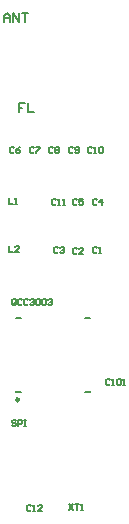
<source format=gto>
G04*
G04 #@! TF.GenerationSoftware,Altium Limited,Altium Designer,20.2.4 (192)*
G04*
G04 Layer_Color=65535*
%FSLAX25Y25*%
%MOIN*%
G70*
G04*
G04 #@! TF.SameCoordinates,C5831E6D-2EEE-4114-93DC-BC8679F25CA8*
G04*
G04*
G04 #@! TF.FilePolarity,Positive*
G04*
G01*
G75*
%ADD10C,0.00984*%
%ADD11C,0.00787*%
%ADD12C,0.00500*%
D10*
X325744Y193547D02*
G03*
X325744Y193547I-492J0D01*
G01*
D11*
X349465Y196106D02*
Y196303D01*
X347693Y196106D02*
X349465D01*
Y220713D02*
Y220910D01*
X347693D02*
X349465D01*
X324661D02*
X326433D01*
X324661Y220713D02*
Y220910D01*
Y196106D02*
Y196303D01*
Y196106D02*
X326433D01*
D12*
X320700Y319400D02*
Y321399D01*
X321700Y322399D01*
X322699Y321399D01*
Y319400D01*
Y320900D01*
X320700D01*
X323699Y319400D02*
Y322399D01*
X325698Y319400D01*
Y322399D01*
X326698D02*
X328697D01*
X327698D01*
Y319400D01*
X327599Y292399D02*
X325600D01*
Y290899D01*
X326600D01*
X325600D01*
Y289400D01*
X328599Y292399D02*
Y289400D01*
X330598D01*
X324133Y277354D02*
X323800Y277687D01*
X323133D01*
X322800Y277354D01*
Y276021D01*
X323133Y275688D01*
X323800D01*
X324133Y276021D01*
X326132Y277687D02*
X325466Y277354D01*
X324799Y276688D01*
Y276021D01*
X325133Y275688D01*
X325799D01*
X326132Y276021D01*
Y276354D01*
X325799Y276688D01*
X324799D01*
X322400Y260699D02*
Y258700D01*
X323733D01*
X324399D02*
X325066D01*
X324733D01*
Y260699D01*
X324399Y260366D01*
X324833Y186266D02*
X324500Y186599D01*
X323833D01*
X323500Y186266D01*
Y185933D01*
X323833Y185600D01*
X324500D01*
X324833Y185266D01*
Y184933D01*
X324500Y184600D01*
X323833D01*
X323500Y184933D01*
X325499Y184600D02*
Y186599D01*
X326499D01*
X326832Y186266D01*
Y185600D01*
X326499Y185266D01*
X325499D01*
X327499Y186599D02*
X328165D01*
X327832D01*
Y184600D01*
X327499D01*
X328165D01*
X342300Y158699D02*
X343633Y156700D01*
Y158699D02*
X342300Y156700D01*
X344299Y158699D02*
X345632D01*
X344966D01*
Y156700D01*
X346299D02*
X346965D01*
X346632D01*
Y158699D01*
X346299Y158366D01*
X356133Y200166D02*
X355800Y200499D01*
X355133D01*
X354800Y200166D01*
Y198833D01*
X355133Y198500D01*
X355800D01*
X356133Y198833D01*
X356799Y198500D02*
X357466D01*
X357133D01*
Y200499D01*
X356799Y200166D01*
X358466D02*
X358799Y200499D01*
X359465D01*
X359798Y200166D01*
Y198833D01*
X359465Y198500D01*
X358799D01*
X358466Y198833D01*
Y200166D01*
X360465Y198500D02*
X361131D01*
X360798D01*
Y200499D01*
X360465Y200166D01*
X350177Y277410D02*
X349844Y277743D01*
X349177D01*
X348844Y277410D01*
Y276077D01*
X349177Y275744D01*
X349844D01*
X350177Y276077D01*
X350843Y275744D02*
X351510D01*
X351177D01*
Y277743D01*
X350843Y277410D01*
X352509D02*
X352843Y277743D01*
X353509D01*
X353842Y277410D01*
Y276077D01*
X353509Y275744D01*
X352843D01*
X352509Y276077D01*
Y277410D01*
X338133Y260122D02*
X337800Y260455D01*
X337133D01*
X336800Y260122D01*
Y258789D01*
X337133Y258456D01*
X337800D01*
X338133Y258789D01*
X338799Y258456D02*
X339466D01*
X339133D01*
Y260455D01*
X338799Y260122D01*
X340465Y258456D02*
X341132D01*
X340799D01*
Y260455D01*
X340465Y260122D01*
X322400Y244699D02*
Y242700D01*
X323733D01*
X325732D02*
X324399D01*
X325732Y244033D01*
Y244366D01*
X325399Y244699D01*
X324733D01*
X324399Y244366D01*
X345133Y260166D02*
X344800Y260499D01*
X344133D01*
X343800Y260166D01*
Y258833D01*
X344133Y258500D01*
X344800D01*
X345133Y258833D01*
X347132Y260499D02*
X345799D01*
Y259500D01*
X346466Y259833D01*
X346799D01*
X347132Y259500D01*
Y258833D01*
X346799Y258500D01*
X346133D01*
X345799Y258833D01*
X324733Y225533D02*
Y226866D01*
X324400Y227199D01*
X323733D01*
X323400Y226866D01*
Y225533D01*
X323733Y225200D01*
X324400D01*
X324066Y225866D02*
X324733Y225200D01*
X324400D02*
X324733Y225533D01*
X326732Y226866D02*
X326399Y227199D01*
X325733D01*
X325399Y226866D01*
Y225533D01*
X325733Y225200D01*
X326399D01*
X326732Y225533D01*
X328732Y226866D02*
X328398Y227199D01*
X327732D01*
X327399Y226866D01*
Y225533D01*
X327732Y225200D01*
X328398D01*
X328732Y225533D01*
X329398Y226866D02*
X329731Y227199D01*
X330398D01*
X330731Y226866D01*
Y226533D01*
X330398Y226200D01*
X330065D01*
X330398D01*
X330731Y225866D01*
Y225533D01*
X330398Y225200D01*
X329731D01*
X329398Y225533D01*
X331397Y226866D02*
X331731Y227199D01*
X332397D01*
X332730Y226866D01*
Y225533D01*
X332397Y225200D01*
X331731D01*
X331397Y225533D01*
Y226866D01*
X333397D02*
X333730Y227199D01*
X334396D01*
X334730Y226866D01*
Y225533D01*
X334396Y225200D01*
X333730D01*
X333397Y225533D01*
Y226866D01*
X335396D02*
X335729Y227199D01*
X336396D01*
X336729Y226866D01*
Y226533D01*
X336396Y226200D01*
X336063D01*
X336396D01*
X336729Y225866D01*
Y225533D01*
X336396Y225200D01*
X335729D01*
X335396Y225533D01*
X338633Y243922D02*
X338300Y244255D01*
X337633D01*
X337300Y243922D01*
Y242589D01*
X337633Y242256D01*
X338300D01*
X338633Y242589D01*
X339299Y243922D02*
X339633Y244255D01*
X340299D01*
X340632Y243922D01*
Y243589D01*
X340299Y243256D01*
X339966D01*
X340299D01*
X340632Y242922D01*
Y242589D01*
X340299Y242256D01*
X339633D01*
X339299Y242589D01*
X345133Y243866D02*
X344800Y244199D01*
X344133D01*
X343800Y243866D01*
Y242533D01*
X344133Y242200D01*
X344800D01*
X345133Y242533D01*
X347132Y242200D02*
X345799D01*
X347132Y243533D01*
Y243866D01*
X346799Y244199D01*
X346133D01*
X345799Y243866D01*
X351633Y243922D02*
X351300Y244255D01*
X350633D01*
X350300Y243922D01*
Y242589D01*
X350633Y242256D01*
X351300D01*
X351633Y242589D01*
X352299Y242256D02*
X352966D01*
X352633D01*
Y244255D01*
X352299Y243922D01*
X351633Y260110D02*
X351300Y260443D01*
X350633D01*
X350300Y260110D01*
Y258777D01*
X350633Y258444D01*
X351300D01*
X351633Y258777D01*
X353299Y258444D02*
Y260443D01*
X352299Y259444D01*
X353632D01*
X329633Y158166D02*
X329300Y158499D01*
X328633D01*
X328300Y158166D01*
Y156833D01*
X328633Y156500D01*
X329300D01*
X329633Y156833D01*
X330299Y156500D02*
X330966D01*
X330633D01*
Y158499D01*
X330299Y158166D01*
X333298Y156500D02*
X331965D01*
X333298Y157833D01*
Y158166D01*
X332965Y158499D01*
X332299D01*
X331965Y158166D01*
X343633Y277354D02*
X343300Y277687D01*
X342633D01*
X342300Y277354D01*
Y276021D01*
X342633Y275688D01*
X343300D01*
X343633Y276021D01*
X344299D02*
X344633Y275688D01*
X345299D01*
X345632Y276021D01*
Y277354D01*
X345299Y277687D01*
X344633D01*
X344299Y277354D01*
Y277021D01*
X344633Y276688D01*
X345632D01*
X337133Y277354D02*
X336800Y277687D01*
X336133D01*
X335800Y277354D01*
Y276021D01*
X336133Y275688D01*
X336800D01*
X337133Y276021D01*
X337799Y277354D02*
X338133Y277687D01*
X338799D01*
X339132Y277354D01*
Y277021D01*
X338799Y276688D01*
X339132Y276354D01*
Y276021D01*
X338799Y275688D01*
X338133D01*
X337799Y276021D01*
Y276354D01*
X338133Y276688D01*
X337799Y277021D01*
Y277354D01*
X338133Y276688D02*
X338799D01*
X330633Y277354D02*
X330300Y277687D01*
X329633D01*
X329300Y277354D01*
Y276021D01*
X329633Y275688D01*
X330300D01*
X330633Y276021D01*
X331299Y277687D02*
X332632D01*
Y277354D01*
X331299Y276021D01*
Y275688D01*
M02*

</source>
